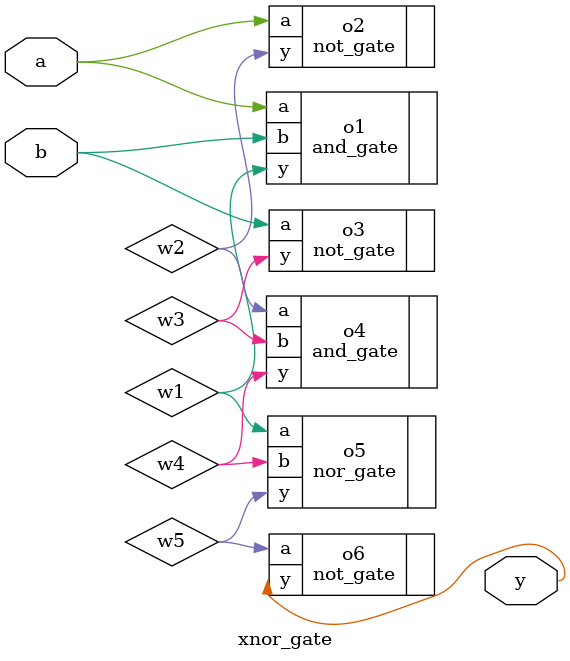
<source format=v>
`include "and.v"
`include "nor.v"

module xnor_gate(input a, input b, output y);

wire w1,w2,w3,w4,w5;

not_gate o2(.a(a),.y(w2));
not_gate o3(.a(b),.y(w3));
and_gate o1(.a(a),.b(b),.y(w1));
and_gate o4(.a(w2),.b(w3),.y(w4));
nor_gate o5(.a(w1),.b(w4),.y(w5));
not_gate o6(.a(w5),.y(y));

endmodule

</source>
